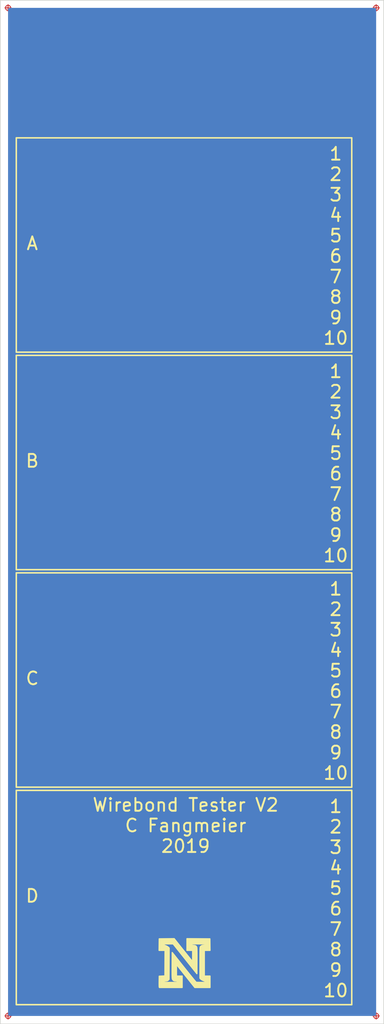
<source format=kicad_pcb>
(kicad_pcb (version 20171130) (host pcbnew 5.1.5)

  (general
    (thickness 1.6)
    (drawings 65)
    (tracks 201)
    (zones 0)
    (modules 9)
    (nets 42)
  )

  (page A4)
  (layers
    (0 F.Cu signal)
    (31 B.Cu signal)
    (37 F.SilkS user)
    (38 B.Mask user)
    (39 F.Mask user)
    (44 Edge.Cuts user)
    (45 Margin user)
    (46 B.CrtYd user)
    (47 F.CrtYd user)
  )

  (setup
    (last_trace_width 0.2)
    (trace_clearance 0.2)
    (zone_clearance 0.254)
    (zone_45_only no)
    (trace_min 0.2)
    (via_size 0.8)
    (via_drill 0.4)
    (via_min_size 0.4)
    (via_min_drill 0.3)
    (uvia_size 0.3)
    (uvia_drill 0.1)
    (uvias_allowed no)
    (uvia_min_size 0.2)
    (uvia_min_drill 0.1)
    (edge_width 0.05)
    (segment_width 0.2)
    (pcb_text_width 0.3)
    (pcb_text_size 1.5 1.5)
    (mod_edge_width 0.12)
    (mod_text_size 1 1)
    (mod_text_width 0.15)
    (pad_size 1.524 1.524)
    (pad_drill 0.762)
    (pad_to_mask_clearance 0.051)
    (solder_mask_min_width 0.25)
    (aux_axis_origin 0 0)
    (visible_elements FFFFFF7F)
    (pcbplotparams
      (layerselection 0x010e0_ffffffff)
      (usegerberextensions true)
      (usegerberattributes false)
      (usegerberadvancedattributes false)
      (creategerberjobfile false)
      (excludeedgelayer true)
      (linewidth 0.100000)
      (plotframeref false)
      (viasonmask false)
      (mode 1)
      (useauxorigin false)
      (hpglpennumber 1)
      (hpglpenspeed 20)
      (hpglpendiameter 15.000000)
      (psnegative false)
      (psa4output false)
      (plotreference true)
      (plotvalue true)
      (plotinvisibletext false)
      (padsonsilk false)
      (subtractmaskfromsilk false)
      (outputformat 1)
      (mirror false)
      (drillshape 0)
      (scaleselection 1)
      (outputdirectory "gerbers/"))
  )

  (net 0 "")
  (net 1 /GND)
  (net 2 "Net-(G1-Pad14)")
  (net 3 "Net-(G1-Pad16)")
  (net 4 "Net-(G1-Pad20)")
  (net 5 "Net-(G1-Pad18)")
  (net 6 "Net-(G1-Pad12)")
  (net 7 "Net-(G2-Pad14)")
  (net 8 "Net-(G2-Pad16)")
  (net 9 "Net-(G2-Pad20)")
  (net 10 "Net-(G2-Pad18)")
  (net 11 "Net-(G2-Pad12)")
  (net 12 "Net-(G3-Pad14)")
  (net 13 "Net-(G3-Pad16)")
  (net 14 "Net-(G3-Pad20)")
  (net 15 "Net-(G3-Pad18)")
  (net 16 "Net-(G3-Pad12)")
  (net 17 "Net-(G4-Pad14)")
  (net 18 "Net-(G4-Pad16)")
  (net 19 "Net-(G4-Pad20)")
  (net 20 "Net-(G4-Pad18)")
  (net 21 "Net-(G4-Pad12)")
  (net 22 "Net-(G1-Pad15)")
  (net 23 "Net-(G1-Pad11)")
  (net 24 "Net-(G1-Pad17)")
  (net 25 "Net-(G1-Pad19)")
  (net 26 "Net-(G1-Pad13)")
  (net 27 "Net-(G2-Pad15)")
  (net 28 "Net-(G2-Pad17)")
  (net 29 "Net-(G2-Pad13)")
  (net 30 "Net-(G2-Pad11)")
  (net 31 "Net-(G2-Pad19)")
  (net 32 "Net-(G3-Pad15)")
  (net 33 "Net-(G3-Pad11)")
  (net 34 "Net-(G3-Pad17)")
  (net 35 "Net-(G3-Pad19)")
  (net 36 "Net-(G3-Pad13)")
  (net 37 "Net-(G4-Pad15)")
  (net 38 "Net-(G4-Pad17)")
  (net 39 "Net-(G4-Pad13)")
  (net 40 "Net-(G4-Pad11)")
  (net 41 "Net-(G4-Pad19)")

  (net_class Default "This is the default net class."
    (clearance 0.2)
    (trace_width 0.2)
    (via_dia 0.8)
    (via_drill 0.4)
    (uvia_dia 0.3)
    (uvia_drill 0.1)
    (add_net /GND)
    (add_net "Net-(G1-Pad11)")
    (add_net "Net-(G1-Pad12)")
    (add_net "Net-(G1-Pad13)")
    (add_net "Net-(G1-Pad14)")
    (add_net "Net-(G1-Pad15)")
    (add_net "Net-(G1-Pad16)")
    (add_net "Net-(G1-Pad17)")
    (add_net "Net-(G1-Pad18)")
    (add_net "Net-(G1-Pad19)")
    (add_net "Net-(G1-Pad20)")
    (add_net "Net-(G2-Pad11)")
    (add_net "Net-(G2-Pad12)")
    (add_net "Net-(G2-Pad13)")
    (add_net "Net-(G2-Pad14)")
    (add_net "Net-(G2-Pad15)")
    (add_net "Net-(G2-Pad16)")
    (add_net "Net-(G2-Pad17)")
    (add_net "Net-(G2-Pad18)")
    (add_net "Net-(G2-Pad19)")
    (add_net "Net-(G2-Pad20)")
    (add_net "Net-(G3-Pad11)")
    (add_net "Net-(G3-Pad12)")
    (add_net "Net-(G3-Pad13)")
    (add_net "Net-(G3-Pad14)")
    (add_net "Net-(G3-Pad15)")
    (add_net "Net-(G3-Pad16)")
    (add_net "Net-(G3-Pad17)")
    (add_net "Net-(G3-Pad18)")
    (add_net "Net-(G3-Pad19)")
    (add_net "Net-(G3-Pad20)")
    (add_net "Net-(G4-Pad11)")
    (add_net "Net-(G4-Pad12)")
    (add_net "Net-(G4-Pad13)")
    (add_net "Net-(G4-Pad14)")
    (add_net "Net-(G4-Pad15)")
    (add_net "Net-(G4-Pad16)")
    (add_net "Net-(G4-Pad17)")
    (add_net "Net-(G4-Pad18)")
    (add_net "Net-(G4-Pad19)")
    (add_net "Net-(G4-Pad20)")
  )

  (module unl_silab:crossed_circle_fiducial (layer F.Cu) (tedit 5DEEB95A) (tstamp 5DEF0F57)
    (at 124.4092 119.38)
    (fp_text reference REF** (at 0 0) (layer F.SilkS) hide
      (effects (font (size 1 1) (thickness 0.15)))
    )
    (fp_text value crossed_circle_fiducial (at 0 0) (layer F.Fab) hide
      (effects (font (size 1 1) (thickness 0.15)))
    )
    (fp_circle (center 0 0) (end 0.2 0) (layer F.Cu) (width 0.07))
    (fp_line (start 0 -0.25) (end 0 0.25) (layer F.Cu) (width 0.07))
    (fp_line (start 0.25 0) (end -0.25 0) (layer F.Cu) (width 0.07))
    (fp_circle (center 0 0) (end 0.01 0) (layer F.Mask) (width 0.6))
  )

  (module unl_silab:crossed_circle_fiducial (layer F.Cu) (tedit 5DEEB95A) (tstamp 5DEF0F57)
    (at 95.6056 119.38)
    (fp_text reference REF** (at 0 0) (layer F.SilkS) hide
      (effects (font (size 1 1) (thickness 0.15)))
    )
    (fp_text value crossed_circle_fiducial (at 0 0) (layer F.Fab) hide
      (effects (font (size 1 1) (thickness 0.15)))
    )
    (fp_circle (center 0 0) (end 0.2 0) (layer F.Cu) (width 0.07))
    (fp_line (start 0 -0.25) (end 0 0.25) (layer F.Cu) (width 0.07))
    (fp_line (start 0.25 0) (end -0.25 0) (layer F.Cu) (width 0.07))
    (fp_circle (center 0 0) (end 0.01 0) (layer F.Mask) (width 0.6))
  )

  (module unl_silab:crossed_circle_fiducial (layer F.Cu) (tedit 5DEEB95A) (tstamp 5DEF0F57)
    (at 124.4092 40.5892)
    (fp_text reference REF** (at 0 0) (layer F.SilkS) hide
      (effects (font (size 1 1) (thickness 0.15)))
    )
    (fp_text value crossed_circle_fiducial (at 0 0) (layer F.Fab) hide
      (effects (font (size 1 1) (thickness 0.15)))
    )
    (fp_circle (center 0 0) (end 0.2 0) (layer F.Cu) (width 0.07))
    (fp_line (start 0 -0.25) (end 0 0.25) (layer F.Cu) (width 0.07))
    (fp_line (start 0.25 0) (end -0.25 0) (layer F.Cu) (width 0.07))
    (fp_circle (center 0 0) (end 0.01 0) (layer F.Mask) (width 0.6))
  )

  (module unl_silab:crossed_circle_fiducial (layer F.Cu) (tedit 5DEEB95A) (tstamp 5DEF0EFA)
    (at 95.6056 40.5892)
    (fp_text reference REF** (at 0 0) (layer F.SilkS) hide
      (effects (font (size 1 1) (thickness 0.15)))
    )
    (fp_text value crossed_circle_fiducial (at 0 0) (layer F.Fab) hide
      (effects (font (size 1 1) (thickness 0.15)))
    )
    (fp_circle (center 0 0) (end 0.01 0) (layer F.Mask) (width 0.6))
    (fp_line (start 0.25 0) (end -0.25 0) (layer F.Cu) (width 0.07))
    (fp_line (start 0 -0.25) (end 0 0.25) (layer F.Cu) (width 0.07))
    (fp_circle (center 0 0) (end 0.2 0) (layer F.Cu) (width 0.07))
  )

  (module unl_silab:NLOGO (layer F.Cu) (tedit 5D65A532) (tstamp 5D6621AD)
    (at 108.75 115.25)
    (fp_text reference G*** (at 7.112 1.016) (layer F.SilkS) hide
      (effects (font (size 1.524 1.524) (thickness 0.3)))
    )
    (fp_text value LOGO (at 8.128 -2.032) (layer F.SilkS) hide
      (effects (font (size 1.524 1.524) (thickness 0.3)))
    )
    (fp_poly (pts (xy 2.656834 -0.994833) (xy 2.434163 -0.994833) (xy 2.274992 -0.994833) (xy 2.274992 -1.449916)
      (xy 2.274992 -1.502833) (xy 1.756409 -1.502833) (xy 1.237826 -1.502833) (xy 1.238018 -1.444625)
      (xy 1.24046 -1.41221) (xy 1.254193 -1.394351) (xy 1.289233 -1.386088) (xy 1.355598 -1.382461)
      (xy 1.364171 -1.382168) (xy 1.474864 -1.368497) (xy 1.55233 -1.334102) (xy 1.601845 -1.275854)
      (xy 1.619631 -1.230622) (xy 1.62555 -1.187022) (xy 1.630249 -1.10185) (xy 1.633717 -0.975854)
      (xy 1.635945 -0.809777) (xy 1.63692 -0.604365) (xy 1.63663 -0.360364) (xy 1.635656 -0.164793)
      (xy 1.629409 0.823998) (xy 1.153619 0.226791) (xy 1.016184 0.054321) (xy 0.862601 -0.13835)
      (xy 0.701049 -0.340966) (xy 0.539703 -0.543273) (xy 0.386743 -0.735017) (xy 0.250346 -0.905942)
      (xy 0.225855 -0.936625) (xy -0.226119 -1.502833) (xy -0.58423 -1.502833) (xy -0.942341 -1.502833)
      (xy -0.942341 -1.45032) (xy -0.930772 -1.407306) (xy -0.889 -1.385019) (xy -0.884133 -1.383792)
      (xy -0.802366 -1.355516) (xy -0.713067 -1.31171) (xy -0.633413 -1.261706) (xy -0.587292 -1.222565)
      (xy -0.539159 -1.170941) (xy -0.544959 0.049059) (xy -0.550758 1.26906) (xy -0.608409 1.3267)
      (xy -0.648735 1.360078) (xy -0.695475 1.379528) (xy -0.763299 1.39003) (xy -0.8042 1.393136)
      (xy -0.878697 1.399187) (xy -0.920282 1.407887) (xy -0.938361 1.42303) (xy -0.942341 1.44841)
      (xy -0.942341 1.448855) (xy -0.938837 1.489785) (xy -0.933543 1.504597) (xy -0.91081 1.507056)
      (xy -0.851653 1.509251) (xy -0.761978 1.511081) (xy -0.647694 1.512447) (xy -0.51471 1.513247)
      (xy -0.414976 1.513417) (xy 0.094793 1.513417) (xy 0.094809 1.455209) (xy 0.092207 1.421328)
      (xy 0.077282 1.404011) (xy 0.039398 1.397653) (xy -0.016299 1.396688) (xy -0.122449 1.387187)
      (xy -0.198242 1.356516) (xy -0.252149 1.30038) (xy -0.270507 1.267756) (xy -0.279148 1.247436)
      (xy -0.286301 1.222385) (xy -0.292079 1.188805) (xy -0.296591 1.142894) (xy -0.299949 1.080854)
      (xy -0.302265 0.998882) (xy -0.30365 0.89318) (xy -0.304216 0.759946) (xy -0.304073 0.595382)
      (xy -0.303333 0.395686) (xy -0.302257 0.184146) (xy -0.296758 -0.823473) (xy -0.032706 -0.491111)
      (xy 0.22355 -0.168745) (xy 0.454537 0.121438) (xy 0.661145 0.380538) (xy 0.844266 0.609655)
      (xy 1.004789 0.809888) (xy 1.143605 0.98234) (xy 1.261604 1.128109) (xy 1.359677 1.248296)
      (xy 1.438714 1.344001) (xy 1.499606 1.416324) (xy 1.543244 1.466366) (xy 1.570516 1.495227)
      (xy 1.58203 1.504026) (xy 1.61134 1.504685) (xy 1.675072 1.505723) (xy 1.765319 1.507023)
      (xy 1.874173 1.508471) (xy 1.941596 1.509318) (xy 2.27495 1.513417) (xy 2.274971 1.455209)
      (xy 2.265741 1.409716) (xy 2.237951 1.396793) (xy 2.185001 1.385068) (xy 2.112516 1.355218)
      (xy 2.034774 1.314592) (xy 1.966053 1.270535) (xy 1.925553 1.236045) (xy 1.872826 1.179152)
      (xy 1.872905 -0.018966) (xy 1.872972 -0.274792) (xy 1.873214 -0.49172) (xy 1.873741 -0.673184)
      (xy 1.874666 -0.822619) (xy 1.8761 -0.943459) (xy 1.878155 -1.039138) (xy 1.880944 -1.113093)
      (xy 1.884577 -1.168756) (xy 1.889168 -1.209564) (xy 1.894827 -1.23895) (xy 1.901667 -1.260349)
      (xy 1.9098 -1.277195) (xy 1.914137 -1.284576) (xy 1.976319 -1.346414) (xy 2.071554 -1.38417)
      (xy 2.195617 -1.396882) (xy 2.247977 -1.40033) (xy 2.270373 -1.415887) (xy 2.274992 -1.449916)
      (xy 2.274992 -0.994833) (xy 2.211492 -0.994833) (xy 2.211492 0.010584) (xy 2.211492 1.016)
      (xy 2.433742 1.016) (xy 2.655992 1.016) (xy 2.655992 1.4605) (xy 2.655992 1.905)
      (xy 2.063145 1.905) (xy 1.470297 1.905) (xy 0.750811 1.00209) (xy 0.031325 0.099181)
      (xy 0.031326 0.55759) (xy 0.031326 1.016) (xy 0.253576 1.016) (xy 0.475826 1.016)
      (xy 0.475826 1.4605) (xy 0.475826 1.905) (xy -0.412771 1.905) (xy -1.301368 1.905)
      (xy -1.31308 1.857375) (xy -1.316504 1.821558) (xy -1.318871 1.751115) (xy -1.320081 1.653743)
      (xy -1.320034 1.537139) (xy -1.318775 1.418167) (xy -1.312758 1.026584) (xy -1.090508 1.016)
      (xy -0.868258 1.005417) (xy -0.862759 0.005292) (xy -0.85726 -0.994833) (xy -1.090722 -0.994833)
      (xy -1.324183 -0.994833) (xy -1.31847 -1.444625) (xy -1.312758 -1.894416) (xy -0.729184 -1.900847)
      (xy -0.145609 -1.907278) (xy 0.5514 -1.034361) (xy 0.685332 -0.866613) (xy 0.811774 -0.708218)
      (xy 0.928169 -0.562379) (xy 1.031963 -0.4323) (xy 1.1206 -0.321185) (xy 1.191522 -0.232238)
      (xy 1.242174 -0.168663) (xy 1.27 -0.133663) (xy 1.274194 -0.128347) (xy 1.282965 -0.124987)
      (xy 1.289646 -0.143001) (xy 1.294492 -0.186409) (xy 1.29776 -0.259229) (xy 1.299704 -0.365481)
      (xy 1.30058 -0.509184) (xy 1.300652 -0.545041) (xy 1.301326 -0.994833) (xy 1.079076 -0.994833)
      (xy 0.856826 -0.994833) (xy 0.856826 -1.450516) (xy 0.856826 -1.906198) (xy 1.751117 -1.900307)
      (xy 2.645409 -1.894416) (xy 2.651121 -1.444625) (xy 2.656834 -0.994833)) (layer F.SilkS) (width 0.1))
  )

  (module unl_silab:2x10_wirebond_pads_and_testpts (layer F.Cu) (tedit 5D659E5A) (tstamp 5D66224E)
    (at 109.25 59)
    (path /5D6709C2)
    (fp_text reference G1 (at -0.25 0) (layer F.SilkS) hide
      (effects (font (size 1 1) (thickness 0.15)))
    )
    (fp_text value Conn_02x10_Counter_Clockwise (at 0 -10) (layer F.Fab)
      (effects (font (size 1 1) (thickness 0.15)))
    )
    (pad 15 smd rect (at 1 -0.2) (size 1.2 0.2) (layers F.Cu F.Paste F.Mask)
      (net 22 "Net-(G1-Pad15)"))
    (pad 14 smd rect (at 1 -0.6) (size 1.2 0.2) (layers F.Cu F.Paste F.Mask)
      (net 2 "Net-(G1-Pad14)"))
    (pad 16 smd rect (at 1 0.2) (size 1.2 0.2) (layers F.Cu F.Paste F.Mask)
      (net 3 "Net-(G1-Pad16)"))
    (pad 20 smd rect (at 1 1.8) (size 1.2 0.2) (layers F.Cu F.Paste F.Mask)
      (net 4 "Net-(G1-Pad20)"))
    (pad 18 smd rect (at 1 1) (size 1.2 0.2) (layers F.Cu F.Paste F.Mask)
      (net 5 "Net-(G1-Pad18)"))
    (pad 12 smd rect (at 1 -1.4) (size 1.2 0.2) (layers F.Cu F.Paste F.Mask)
      (net 6 "Net-(G1-Pad12)"))
    (pad 17 smd rect (at 1 0.6) (size 1.2 0.2) (layers F.Cu F.Paste F.Mask)
      (net 24 "Net-(G1-Pad17)"))
    (pad 13 smd rect (at 1 -1) (size 1.2 0.2) (layers F.Cu F.Paste F.Mask)
      (net 26 "Net-(G1-Pad13)"))
    (pad 11 smd rect (at 1 -1.8) (size 1.2 0.2) (layers F.Cu F.Paste F.Mask)
      (net 23 "Net-(G1-Pad11)"))
    (pad 19 smd rect (at 1 1.4) (size 1.2 0.2) (layers F.Cu F.Paste F.Mask)
      (net 25 "Net-(G1-Pad19)"))
    (pad 10 smd rect (at -1 1.8) (size 1.2 0.2) (layers F.Cu F.Paste F.Mask)
      (net 1 /GND))
    (pad 9 smd rect (at -1 1.4) (size 1.2 0.2) (layers F.Cu F.Paste F.Mask)
      (net 1 /GND))
    (pad 8 smd rect (at -1 1) (size 1.2 0.2) (layers F.Cu F.Paste F.Mask)
      (net 1 /GND))
    (pad 7 smd rect (at -1 0.6) (size 1.2 0.2) (layers F.Cu F.Paste F.Mask)
      (net 1 /GND))
    (pad 6 smd rect (at -1 0.2) (size 1.2 0.2) (layers F.Cu F.Paste F.Mask)
      (net 1 /GND))
    (pad 5 smd rect (at -1 -0.2) (size 1.2 0.2) (layers F.Cu F.Paste F.Mask)
      (net 1 /GND))
    (pad 4 smd rect (at -1 -0.6) (size 1.2 0.2) (layers F.Cu F.Paste F.Mask)
      (net 1 /GND))
    (pad 3 smd rect (at -1 -1) (size 1.2 0.2) (layers F.Cu F.Paste F.Mask)
      (net 1 /GND))
    (pad 2 smd rect (at -1 -1.4) (size 1.2 0.2) (layers F.Cu F.Paste F.Mask)
      (net 1 /GND))
    (pad 20 smd circle (at 10 7.4) (size 1 1) (layers F.Cu F.Paste F.Mask)
      (net 4 "Net-(G1-Pad20)"))
    (pad 13 smd circle (at 10 -3.8) (size 1 1) (layers F.Cu F.Paste F.Mask)
      (net 26 "Net-(G1-Pad13)"))
    (pad 19 smd circle (at 10 5.8) (size 1 1) (layers F.Cu F.Paste F.Mask)
      (net 25 "Net-(G1-Pad19)"))
    (pad 17 smd circle (at 10 2.6) (size 1 1) (layers F.Cu F.Paste F.Mask)
      (net 24 "Net-(G1-Pad17)"))
    (pad 12 smd circle (at 10 -5.4) (size 1 1) (layers F.Cu F.Paste F.Mask)
      (net 6 "Net-(G1-Pad12)"))
    (pad 11 smd circle (at 10 -7) (size 1 1) (layers F.Cu F.Paste F.Mask)
      (net 23 "Net-(G1-Pad11)"))
    (pad 16 smd circle (at 10 1) (size 1 1) (layers F.Cu F.Paste F.Mask)
      (net 3 "Net-(G1-Pad16)"))
    (pad 18 smd circle (at 10 4.2) (size 1 1) (layers F.Cu F.Paste F.Mask)
      (net 5 "Net-(G1-Pad18)"))
    (pad 14 smd circle (at 10 -2.2) (size 1 1) (layers F.Cu F.Paste F.Mask)
      (net 2 "Net-(G1-Pad14)"))
    (pad 15 smd circle (at 10 -0.6) (size 1 1) (layers F.Cu F.Paste F.Mask)
      (net 22 "Net-(G1-Pad15)"))
    (pad 10 smd circle (at -10 7.4) (size 1 1) (layers F.Cu F.Paste F.Mask)
      (net 1 /GND))
    (pad 9 smd circle (at -10 5.8) (size 1 1) (layers F.Cu F.Paste F.Mask)
      (net 1 /GND))
    (pad 8 smd circle (at -10 4.2) (size 1 1) (layers F.Cu F.Paste F.Mask)
      (net 1 /GND))
    (pad 7 smd circle (at -10 2.6) (size 1 1) (layers F.Cu F.Paste F.Mask)
      (net 1 /GND))
    (pad 6 smd circle (at -10 1) (size 1 1) (layers F.Cu F.Paste F.Mask)
      (net 1 /GND))
    (pad 5 smd circle (at -10 -0.6) (size 1 1) (layers F.Cu F.Paste F.Mask)
      (net 1 /GND))
    (pad 4 smd circle (at -10 -2.2) (size 1 1) (layers F.Cu F.Paste F.Mask)
      (net 1 /GND))
    (pad 3 smd circle (at -10 -3.8) (size 1 1) (layers F.Cu F.Paste F.Mask)
      (net 1 /GND))
    (pad 2 smd circle (at -10 -5.4) (size 1 1) (layers F.Cu F.Paste F.Mask)
      (net 1 /GND))
    (pad 1 smd circle (at -10 -7) (size 1 1) (layers F.Cu F.Paste F.Mask)
      (net 1 /GND))
    (pad 1 smd rect (at -1 -1.8) (size 1.2 0.2) (layers F.Cu F.Paste F.Mask)
      (net 1 /GND))
  )

  (module unl_silab:2x10_wirebond_pads_and_testpts (layer F.Cu) (tedit 5D659E5A) (tstamp 5D6615FB)
    (at 109.25 110)
    (path /5D67465B)
    (fp_text reference G4 (at -0.25 0) (layer F.SilkS) hide
      (effects (font (size 1 1) (thickness 0.15)))
    )
    (fp_text value Conn_02x10_Counter_Clockwise (at 0 -10) (layer F.Fab)
      (effects (font (size 1 1) (thickness 0.15)))
    )
    (pad 15 smd rect (at 1 -0.2) (size 1.2 0.2) (layers F.Cu F.Paste F.Mask)
      (net 37 "Net-(G4-Pad15)"))
    (pad 14 smd rect (at 1 -0.6) (size 1.2 0.2) (layers F.Cu F.Paste F.Mask)
      (net 17 "Net-(G4-Pad14)"))
    (pad 16 smd rect (at 1 0.2) (size 1.2 0.2) (layers F.Cu F.Paste F.Mask)
      (net 18 "Net-(G4-Pad16)"))
    (pad 20 smd rect (at 1 1.8) (size 1.2 0.2) (layers F.Cu F.Paste F.Mask)
      (net 19 "Net-(G4-Pad20)"))
    (pad 18 smd rect (at 1 1) (size 1.2 0.2) (layers F.Cu F.Paste F.Mask)
      (net 20 "Net-(G4-Pad18)"))
    (pad 12 smd rect (at 1 -1.4) (size 1.2 0.2) (layers F.Cu F.Paste F.Mask)
      (net 21 "Net-(G4-Pad12)"))
    (pad 17 smd rect (at 1 0.6) (size 1.2 0.2) (layers F.Cu F.Paste F.Mask)
      (net 38 "Net-(G4-Pad17)"))
    (pad 13 smd rect (at 1 -1) (size 1.2 0.2) (layers F.Cu F.Paste F.Mask)
      (net 39 "Net-(G4-Pad13)"))
    (pad 11 smd rect (at 1 -1.8) (size 1.2 0.2) (layers F.Cu F.Paste F.Mask)
      (net 40 "Net-(G4-Pad11)"))
    (pad 19 smd rect (at 1 1.4) (size 1.2 0.2) (layers F.Cu F.Paste F.Mask)
      (net 41 "Net-(G4-Pad19)"))
    (pad 10 smd rect (at -1 1.8) (size 1.2 0.2) (layers F.Cu F.Paste F.Mask)
      (net 1 /GND))
    (pad 9 smd rect (at -1 1.4) (size 1.2 0.2) (layers F.Cu F.Paste F.Mask)
      (net 1 /GND))
    (pad 8 smd rect (at -1 1) (size 1.2 0.2) (layers F.Cu F.Paste F.Mask)
      (net 1 /GND))
    (pad 7 smd rect (at -1 0.6) (size 1.2 0.2) (layers F.Cu F.Paste F.Mask)
      (net 1 /GND))
    (pad 6 smd rect (at -1 0.2) (size 1.2 0.2) (layers F.Cu F.Paste F.Mask)
      (net 1 /GND))
    (pad 5 smd rect (at -1 -0.2) (size 1.2 0.2) (layers F.Cu F.Paste F.Mask)
      (net 1 /GND))
    (pad 4 smd rect (at -1 -0.6) (size 1.2 0.2) (layers F.Cu F.Paste F.Mask)
      (net 1 /GND))
    (pad 3 smd rect (at -1 -1) (size 1.2 0.2) (layers F.Cu F.Paste F.Mask)
      (net 1 /GND))
    (pad 2 smd rect (at -1 -1.4) (size 1.2 0.2) (layers F.Cu F.Paste F.Mask)
      (net 1 /GND))
    (pad 20 smd circle (at 10 7.4) (size 1 1) (layers F.Cu F.Paste F.Mask)
      (net 19 "Net-(G4-Pad20)"))
    (pad 13 smd circle (at 10 -3.8) (size 1 1) (layers F.Cu F.Paste F.Mask)
      (net 39 "Net-(G4-Pad13)"))
    (pad 19 smd circle (at 10 5.8) (size 1 1) (layers F.Cu F.Paste F.Mask)
      (net 41 "Net-(G4-Pad19)"))
    (pad 17 smd circle (at 10 2.6) (size 1 1) (layers F.Cu F.Paste F.Mask)
      (net 38 "Net-(G4-Pad17)"))
    (pad 12 smd circle (at 10 -5.4) (size 1 1) (layers F.Cu F.Paste F.Mask)
      (net 21 "Net-(G4-Pad12)"))
    (pad 11 smd circle (at 10 -7) (size 1 1) (layers F.Cu F.Paste F.Mask)
      (net 40 "Net-(G4-Pad11)"))
    (pad 16 smd circle (at 10 1) (size 1 1) (layers F.Cu F.Paste F.Mask)
      (net 18 "Net-(G4-Pad16)"))
    (pad 18 smd circle (at 10 4.2) (size 1 1) (layers F.Cu F.Paste F.Mask)
      (net 20 "Net-(G4-Pad18)"))
    (pad 14 smd circle (at 10 -2.2) (size 1 1) (layers F.Cu F.Paste F.Mask)
      (net 17 "Net-(G4-Pad14)"))
    (pad 15 smd circle (at 10 -0.6) (size 1 1) (layers F.Cu F.Paste F.Mask)
      (net 37 "Net-(G4-Pad15)"))
    (pad 10 smd circle (at -10 7.4) (size 1 1) (layers F.Cu F.Paste F.Mask)
      (net 1 /GND))
    (pad 9 smd circle (at -10 5.8) (size 1 1) (layers F.Cu F.Paste F.Mask)
      (net 1 /GND))
    (pad 8 smd circle (at -10 4.2) (size 1 1) (layers F.Cu F.Paste F.Mask)
      (net 1 /GND))
    (pad 7 smd circle (at -10 2.6) (size 1 1) (layers F.Cu F.Paste F.Mask)
      (net 1 /GND))
    (pad 6 smd circle (at -10 1) (size 1 1) (layers F.Cu F.Paste F.Mask)
      (net 1 /GND))
    (pad 5 smd circle (at -10 -0.6) (size 1 1) (layers F.Cu F.Paste F.Mask)
      (net 1 /GND))
    (pad 4 smd circle (at -10 -2.2) (size 1 1) (layers F.Cu F.Paste F.Mask)
      (net 1 /GND))
    (pad 3 smd circle (at -10 -3.8) (size 1 1) (layers F.Cu F.Paste F.Mask)
      (net 1 /GND))
    (pad 2 smd circle (at -10 -5.4) (size 1 1) (layers F.Cu F.Paste F.Mask)
      (net 1 /GND))
    (pad 1 smd circle (at -10 -7) (size 1 1) (layers F.Cu F.Paste F.Mask)
      (net 1 /GND))
    (pad 1 smd rect (at -1 -1.8) (size 1.2 0.2) (layers F.Cu F.Paste F.Mask)
      (net 1 /GND))
  )

  (module unl_silab:2x10_wirebond_pads_and_testpts (layer F.Cu) (tedit 5D659E5A) (tstamp 5D6615FB)
    (at 109.25 93)
    (path /5D673F4A)
    (fp_text reference G3 (at -0.25 0) (layer F.SilkS) hide
      (effects (font (size 1 1) (thickness 0.15)))
    )
    (fp_text value Conn_02x10_Counter_Clockwise (at 0 -10) (layer F.Fab)
      (effects (font (size 1 1) (thickness 0.15)))
    )
    (pad 15 smd rect (at 1 -0.2) (size 1.2 0.2) (layers F.Cu F.Paste F.Mask)
      (net 32 "Net-(G3-Pad15)"))
    (pad 14 smd rect (at 1 -0.6) (size 1.2 0.2) (layers F.Cu F.Paste F.Mask)
      (net 12 "Net-(G3-Pad14)"))
    (pad 16 smd rect (at 1 0.2) (size 1.2 0.2) (layers F.Cu F.Paste F.Mask)
      (net 13 "Net-(G3-Pad16)"))
    (pad 20 smd rect (at 1 1.8) (size 1.2 0.2) (layers F.Cu F.Paste F.Mask)
      (net 14 "Net-(G3-Pad20)"))
    (pad 18 smd rect (at 1 1) (size 1.2 0.2) (layers F.Cu F.Paste F.Mask)
      (net 15 "Net-(G3-Pad18)"))
    (pad 12 smd rect (at 1 -1.4) (size 1.2 0.2) (layers F.Cu F.Paste F.Mask)
      (net 16 "Net-(G3-Pad12)"))
    (pad 17 smd rect (at 1 0.6) (size 1.2 0.2) (layers F.Cu F.Paste F.Mask)
      (net 34 "Net-(G3-Pad17)"))
    (pad 13 smd rect (at 1 -1) (size 1.2 0.2) (layers F.Cu F.Paste F.Mask)
      (net 36 "Net-(G3-Pad13)"))
    (pad 11 smd rect (at 1 -1.8) (size 1.2 0.2) (layers F.Cu F.Paste F.Mask)
      (net 33 "Net-(G3-Pad11)"))
    (pad 19 smd rect (at 1 1.4) (size 1.2 0.2) (layers F.Cu F.Paste F.Mask)
      (net 35 "Net-(G3-Pad19)"))
    (pad 10 smd rect (at -1 1.8) (size 1.2 0.2) (layers F.Cu F.Paste F.Mask)
      (net 1 /GND))
    (pad 9 smd rect (at -1 1.4) (size 1.2 0.2) (layers F.Cu F.Paste F.Mask)
      (net 1 /GND))
    (pad 8 smd rect (at -1 1) (size 1.2 0.2) (layers F.Cu F.Paste F.Mask)
      (net 1 /GND))
    (pad 7 smd rect (at -1 0.6) (size 1.2 0.2) (layers F.Cu F.Paste F.Mask)
      (net 1 /GND))
    (pad 6 smd rect (at -1 0.2) (size 1.2 0.2) (layers F.Cu F.Paste F.Mask)
      (net 1 /GND))
    (pad 5 smd rect (at -1 -0.2) (size 1.2 0.2) (layers F.Cu F.Paste F.Mask)
      (net 1 /GND))
    (pad 4 smd rect (at -1 -0.6) (size 1.2 0.2) (layers F.Cu F.Paste F.Mask)
      (net 1 /GND))
    (pad 3 smd rect (at -1 -1) (size 1.2 0.2) (layers F.Cu F.Paste F.Mask)
      (net 1 /GND))
    (pad 2 smd rect (at -1 -1.4) (size 1.2 0.2) (layers F.Cu F.Paste F.Mask)
      (net 1 /GND))
    (pad 20 smd circle (at 10 7.4) (size 1 1) (layers F.Cu F.Paste F.Mask)
      (net 14 "Net-(G3-Pad20)"))
    (pad 13 smd circle (at 10 -3.8) (size 1 1) (layers F.Cu F.Paste F.Mask)
      (net 36 "Net-(G3-Pad13)"))
    (pad 19 smd circle (at 10 5.8) (size 1 1) (layers F.Cu F.Paste F.Mask)
      (net 35 "Net-(G3-Pad19)"))
    (pad 17 smd circle (at 10 2.6) (size 1 1) (layers F.Cu F.Paste F.Mask)
      (net 34 "Net-(G3-Pad17)"))
    (pad 12 smd circle (at 10 -5.4) (size 1 1) (layers F.Cu F.Paste F.Mask)
      (net 16 "Net-(G3-Pad12)"))
    (pad 11 smd circle (at 10 -7) (size 1 1) (layers F.Cu F.Paste F.Mask)
      (net 33 "Net-(G3-Pad11)"))
    (pad 16 smd circle (at 10 1) (size 1 1) (layers F.Cu F.Paste F.Mask)
      (net 13 "Net-(G3-Pad16)"))
    (pad 18 smd circle (at 10 4.2) (size 1 1) (layers F.Cu F.Paste F.Mask)
      (net 15 "Net-(G3-Pad18)"))
    (pad 14 smd circle (at 10 -2.2) (size 1 1) (layers F.Cu F.Paste F.Mask)
      (net 12 "Net-(G3-Pad14)"))
    (pad 15 smd circle (at 10 -0.6) (size 1 1) (layers F.Cu F.Paste F.Mask)
      (net 32 "Net-(G3-Pad15)"))
    (pad 10 smd circle (at -10 7.4) (size 1 1) (layers F.Cu F.Paste F.Mask)
      (net 1 /GND))
    (pad 9 smd circle (at -10 5.8) (size 1 1) (layers F.Cu F.Paste F.Mask)
      (net 1 /GND))
    (pad 8 smd circle (at -10 4.2) (size 1 1) (layers F.Cu F.Paste F.Mask)
      (net 1 /GND))
    (pad 7 smd circle (at -10 2.6) (size 1 1) (layers F.Cu F.Paste F.Mask)
      (net 1 /GND))
    (pad 6 smd circle (at -10 1) (size 1 1) (layers F.Cu F.Paste F.Mask)
      (net 1 /GND))
    (pad 5 smd circle (at -10 -0.6) (size 1 1) (layers F.Cu F.Paste F.Mask)
      (net 1 /GND))
    (pad 4 smd circle (at -10 -2.2) (size 1 1) (layers F.Cu F.Paste F.Mask)
      (net 1 /GND))
    (pad 3 smd circle (at -10 -3.8) (size 1 1) (layers F.Cu F.Paste F.Mask)
      (net 1 /GND))
    (pad 2 smd circle (at -10 -5.4) (size 1 1) (layers F.Cu F.Paste F.Mask)
      (net 1 /GND))
    (pad 1 smd circle (at -10 -7) (size 1 1) (layers F.Cu F.Paste F.Mask)
      (net 1 /GND))
    (pad 1 smd rect (at -1 -1.8) (size 1.2 0.2) (layers F.Cu F.Paste F.Mask)
      (net 1 /GND))
  )

  (module unl_silab:2x10_wirebond_pads_and_testpts (layer F.Cu) (tedit 5D659E5A) (tstamp 5D6615FB)
    (at 109.25 76)
    (path /5D67342C)
    (fp_text reference G2 (at -0.25 0) (layer F.SilkS) hide
      (effects (font (size 1 1) (thickness 0.15)))
    )
    (fp_text value Conn_02x10_Counter_Clockwise (at 0 -10) (layer F.Fab)
      (effects (font (size 1 1) (thickness 0.15)))
    )
    (pad 15 smd rect (at 1 -0.2) (size 1.2 0.2) (layers F.Cu F.Paste F.Mask)
      (net 27 "Net-(G2-Pad15)"))
    (pad 14 smd rect (at 1 -0.6) (size 1.2 0.2) (layers F.Cu F.Paste F.Mask)
      (net 7 "Net-(G2-Pad14)"))
    (pad 16 smd rect (at 1 0.2) (size 1.2 0.2) (layers F.Cu F.Paste F.Mask)
      (net 8 "Net-(G2-Pad16)"))
    (pad 20 smd rect (at 1 1.8) (size 1.2 0.2) (layers F.Cu F.Paste F.Mask)
      (net 9 "Net-(G2-Pad20)"))
    (pad 18 smd rect (at 1 1) (size 1.2 0.2) (layers F.Cu F.Paste F.Mask)
      (net 10 "Net-(G2-Pad18)"))
    (pad 12 smd rect (at 1 -1.4) (size 1.2 0.2) (layers F.Cu F.Paste F.Mask)
      (net 11 "Net-(G2-Pad12)"))
    (pad 17 smd rect (at 1 0.6) (size 1.2 0.2) (layers F.Cu F.Paste F.Mask)
      (net 28 "Net-(G2-Pad17)"))
    (pad 13 smd rect (at 1 -1) (size 1.2 0.2) (layers F.Cu F.Paste F.Mask)
      (net 29 "Net-(G2-Pad13)"))
    (pad 11 smd rect (at 1 -1.8) (size 1.2 0.2) (layers F.Cu F.Paste F.Mask)
      (net 30 "Net-(G2-Pad11)"))
    (pad 19 smd rect (at 1 1.4) (size 1.2 0.2) (layers F.Cu F.Paste F.Mask)
      (net 31 "Net-(G2-Pad19)"))
    (pad 10 smd rect (at -1 1.8) (size 1.2 0.2) (layers F.Cu F.Paste F.Mask)
      (net 1 /GND))
    (pad 9 smd rect (at -1 1.4) (size 1.2 0.2) (layers F.Cu F.Paste F.Mask)
      (net 1 /GND))
    (pad 8 smd rect (at -1 1) (size 1.2 0.2) (layers F.Cu F.Paste F.Mask)
      (net 1 /GND))
    (pad 7 smd rect (at -1 0.6) (size 1.2 0.2) (layers F.Cu F.Paste F.Mask)
      (net 1 /GND))
    (pad 6 smd rect (at -1 0.2) (size 1.2 0.2) (layers F.Cu F.Paste F.Mask)
      (net 1 /GND))
    (pad 5 smd rect (at -1 -0.2) (size 1.2 0.2) (layers F.Cu F.Paste F.Mask)
      (net 1 /GND))
    (pad 4 smd rect (at -1 -0.6) (size 1.2 0.2) (layers F.Cu F.Paste F.Mask)
      (net 1 /GND))
    (pad 3 smd rect (at -1 -1) (size 1.2 0.2) (layers F.Cu F.Paste F.Mask)
      (net 1 /GND))
    (pad 2 smd rect (at -1 -1.4) (size 1.2 0.2) (layers F.Cu F.Paste F.Mask)
      (net 1 /GND))
    (pad 20 smd circle (at 10 7.4) (size 1 1) (layers F.Cu F.Paste F.Mask)
      (net 9 "Net-(G2-Pad20)"))
    (pad 13 smd circle (at 10 -3.8) (size 1 1) (layers F.Cu F.Paste F.Mask)
      (net 29 "Net-(G2-Pad13)"))
    (pad 19 smd circle (at 10 5.8) (size 1 1) (layers F.Cu F.Paste F.Mask)
      (net 31 "Net-(G2-Pad19)"))
    (pad 17 smd circle (at 10 2.6) (size 1 1) (layers F.Cu F.Paste F.Mask)
      (net 28 "Net-(G2-Pad17)"))
    (pad 12 smd circle (at 10 -5.4) (size 1 1) (layers F.Cu F.Paste F.Mask)
      (net 11 "Net-(G2-Pad12)"))
    (pad 11 smd circle (at 10 -7) (size 1 1) (layers F.Cu F.Paste F.Mask)
      (net 30 "Net-(G2-Pad11)"))
    (pad 16 smd circle (at 10 1) (size 1 1) (layers F.Cu F.Paste F.Mask)
      (net 8 "Net-(G2-Pad16)"))
    (pad 18 smd circle (at 10 4.2) (size 1 1) (layers F.Cu F.Paste F.Mask)
      (net 10 "Net-(G2-Pad18)"))
    (pad 14 smd circle (at 10 -2.2) (size 1 1) (layers F.Cu F.Paste F.Mask)
      (net 7 "Net-(G2-Pad14)"))
    (pad 15 smd circle (at 10 -0.6) (size 1 1) (layers F.Cu F.Paste F.Mask)
      (net 27 "Net-(G2-Pad15)"))
    (pad 10 smd circle (at -10 7.4) (size 1 1) (layers F.Cu F.Paste F.Mask)
      (net 1 /GND))
    (pad 9 smd circle (at -10 5.8) (size 1 1) (layers F.Cu F.Paste F.Mask)
      (net 1 /GND))
    (pad 8 smd circle (at -10 4.2) (size 1 1) (layers F.Cu F.Paste F.Mask)
      (net 1 /GND))
    (pad 7 smd circle (at -10 2.6) (size 1 1) (layers F.Cu F.Paste F.Mask)
      (net 1 /GND))
    (pad 6 smd circle (at -10 1) (size 1 1) (layers F.Cu F.Paste F.Mask)
      (net 1 /GND))
    (pad 5 smd circle (at -10 -0.6) (size 1 1) (layers F.Cu F.Paste F.Mask)
      (net 1 /GND))
    (pad 4 smd circle (at -10 -2.2) (size 1 1) (layers F.Cu F.Paste F.Mask)
      (net 1 /GND))
    (pad 3 smd circle (at -10 -3.8) (size 1 1) (layers F.Cu F.Paste F.Mask)
      (net 1 /GND))
    (pad 2 smd circle (at -10 -5.4) (size 1 1) (layers F.Cu F.Paste F.Mask)
      (net 1 /GND))
    (pad 1 smd circle (at -10 -7) (size 1 1) (layers F.Cu F.Paste F.Mask)
      (net 1 /GND))
    (pad 1 smd rect (at -1 -1.8) (size 1.2 0.2) (layers F.Cu F.Paste F.Mask)
      (net 1 /GND))
  )

  (gr_text D (at 97.5 110) (layer F.SilkS)
    (effects (font (size 1 1) (thickness 0.15)))
  )
  (gr_text C (at 97.5 93) (layer F.SilkS)
    (effects (font (size 1 1) (thickness 0.15)))
  )
  (gr_text A (at 97.5 59) (layer F.SilkS)
    (effects (font (size 1 1) (thickness 0.15)))
  )
  (gr_text B (at 97.5 76) (layer F.SilkS)
    (effects (font (size 1 1) (thickness 0.15)))
  )
  (gr_line (start 96.25 101.75) (end 96.25 118.5) (layer F.SilkS) (width 0.12) (tstamp 5D66B72E))
  (gr_line (start 122.5 118.5) (end 122.5 101.75) (layer F.SilkS) (width 0.12) (tstamp 5D66B72D))
  (gr_line (start 122.5 101.75) (end 96.25 101.75) (layer F.SilkS) (width 0.12) (tstamp 5D66B72C))
  (gr_line (start 96.25 118.5) (end 122.5 118.5) (layer F.SilkS) (width 0.12) (tstamp 5D66B72B))
  (gr_line (start 96.25 84.75) (end 96.25 101.5) (layer F.SilkS) (width 0.12) (tstamp 5D66B72E))
  (gr_line (start 122.5 101.5) (end 122.5 84.75) (layer F.SilkS) (width 0.12) (tstamp 5D66B72D))
  (gr_line (start 122.5 84.75) (end 96.25 84.75) (layer F.SilkS) (width 0.12) (tstamp 5D66B72C))
  (gr_line (start 96.25 101.5) (end 122.5 101.5) (layer F.SilkS) (width 0.12) (tstamp 5D66B72B))
  (gr_line (start 96.25 67.75) (end 96.25 84.5) (layer F.SilkS) (width 0.12) (tstamp 5D66B72E))
  (gr_line (start 122.5 84.5) (end 122.5 67.75) (layer F.SilkS) (width 0.12) (tstamp 5D66B72D))
  (gr_line (start 122.5 67.75) (end 96.25 67.75) (layer F.SilkS) (width 0.12) (tstamp 5D66B72C))
  (gr_line (start 96.25 84.5) (end 122.5 84.5) (layer F.SilkS) (width 0.12) (tstamp 5D66B72B))
  (gr_line (start 96.25 67.5) (end 122.5 67.5) (layer F.SilkS) (width 0.12) (tstamp 5D66B64B))
  (gr_line (start 96.25 50.75) (end 96.25 67.5) (layer F.SilkS) (width 0.12))
  (gr_line (start 122.5 50.75) (end 96.25 50.75) (layer F.SilkS) (width 0.12))
  (gr_line (start 122.5 67.5) (end 122.5 50.75) (layer F.SilkS) (width 0.12))
  (gr_text 3 (at 121.25 106.2) (layer F.SilkS) (tstamp 5D66277B)
    (effects (font (size 1 1) (thickness 0.15)))
  )
  (gr_text 10 (at 121.25 117.4) (layer F.SilkS) (tstamp 5D66277A)
    (effects (font (size 1 1) (thickness 0.15)))
  )
  (gr_text 4 (at 121.25 107.8) (layer F.SilkS) (tstamp 5D662779)
    (effects (font (size 1 1) (thickness 0.15)))
  )
  (gr_text 6 (at 121.25 111) (layer F.SilkS) (tstamp 5D662778)
    (effects (font (size 1 1) (thickness 0.15)))
  )
  (gr_text 8 (at 121.25 114.2) (layer F.SilkS) (tstamp 5D662777)
    (effects (font (size 1 1) (thickness 0.15)))
  )
  (gr_text 1 (at 121.25 103) (layer F.SilkS) (tstamp 5D662776)
    (effects (font (size 1 1) (thickness 0.15)))
  )
  (gr_text 7 (at 121.25 112.6) (layer F.SilkS) (tstamp 5D662775)
    (effects (font (size 1 1) (thickness 0.15)))
  )
  (gr_text 5 (at 121.25 109.4) (layer F.SilkS) (tstamp 5D662774)
    (effects (font (size 1 1) (thickness 0.15)))
  )
  (gr_text 2 (at 121.25 104.6) (layer F.SilkS) (tstamp 5D662773)
    (effects (font (size 1 1) (thickness 0.15)))
  )
  (gr_text 9 (at 121.25 115.8) (layer F.SilkS) (tstamp 5D662772)
    (effects (font (size 1 1) (thickness 0.15)))
  )
  (gr_text 3 (at 121.25 89.2) (layer F.SilkS) (tstamp 5D66277B)
    (effects (font (size 1 1) (thickness 0.15)))
  )
  (gr_text 10 (at 121.25 100.4) (layer F.SilkS) (tstamp 5D66277A)
    (effects (font (size 1 1) (thickness 0.15)))
  )
  (gr_text 4 (at 121.25 90.8) (layer F.SilkS) (tstamp 5D662779)
    (effects (font (size 1 1) (thickness 0.15)))
  )
  (gr_text 6 (at 121.25 94) (layer F.SilkS) (tstamp 5D662778)
    (effects (font (size 1 1) (thickness 0.15)))
  )
  (gr_text 8 (at 121.25 97.2) (layer F.SilkS) (tstamp 5D662777)
    (effects (font (size 1 1) (thickness 0.15)))
  )
  (gr_text 1 (at 121.25 86) (layer F.SilkS) (tstamp 5D662776)
    (effects (font (size 1 1) (thickness 0.15)))
  )
  (gr_text 7 (at 121.25 95.6) (layer F.SilkS) (tstamp 5D662775)
    (effects (font (size 1 1) (thickness 0.15)))
  )
  (gr_text 5 (at 121.25 92.4) (layer F.SilkS) (tstamp 5D662774)
    (effects (font (size 1 1) (thickness 0.15)))
  )
  (gr_text 2 (at 121.25 87.6) (layer F.SilkS) (tstamp 5D662773)
    (effects (font (size 1 1) (thickness 0.15)))
  )
  (gr_text 9 (at 121.25 98.8) (layer F.SilkS) (tstamp 5D662772)
    (effects (font (size 1 1) (thickness 0.15)))
  )
  (gr_text 3 (at 121.25 72.2) (layer F.SilkS) (tstamp 5D66277B)
    (effects (font (size 1 1) (thickness 0.15)))
  )
  (gr_text 10 (at 121.25 83.4) (layer F.SilkS) (tstamp 5D66277A)
    (effects (font (size 1 1) (thickness 0.15)))
  )
  (gr_text 4 (at 121.25 73.8) (layer F.SilkS) (tstamp 5D662779)
    (effects (font (size 1 1) (thickness 0.15)))
  )
  (gr_text 6 (at 121.25 77) (layer F.SilkS) (tstamp 5D662778)
    (effects (font (size 1 1) (thickness 0.15)))
  )
  (gr_text 8 (at 121.25 80.2) (layer F.SilkS) (tstamp 5D662777)
    (effects (font (size 1 1) (thickness 0.15)))
  )
  (gr_text 1 (at 121.25 69) (layer F.SilkS) (tstamp 5D662776)
    (effects (font (size 1 1) (thickness 0.15)))
  )
  (gr_text 7 (at 121.25 78.6) (layer F.SilkS) (tstamp 5D662775)
    (effects (font (size 1 1) (thickness 0.15)))
  )
  (gr_text 5 (at 121.25 75.4) (layer F.SilkS) (tstamp 5D662774)
    (effects (font (size 1 1) (thickness 0.15)))
  )
  (gr_text 2 (at 121.25 70.6) (layer F.SilkS) (tstamp 5D662773)
    (effects (font (size 1 1) (thickness 0.15)))
  )
  (gr_text 9 (at 121.25 81.8) (layer F.SilkS) (tstamp 5D662772)
    (effects (font (size 1 1) (thickness 0.15)))
  )
  (gr_text 10 (at 121.25 66.4) (layer F.SilkS)
    (effects (font (size 1 1) (thickness 0.15)))
  )
  (gr_text 9 (at 121.25 64.8) (layer F.SilkS)
    (effects (font (size 1 1) (thickness 0.15)))
  )
  (gr_text 8 (at 121.25 63.2) (layer F.SilkS)
    (effects (font (size 1 1) (thickness 0.15)))
  )
  (gr_text 7 (at 121.25 61.6) (layer F.SilkS)
    (effects (font (size 1 1) (thickness 0.15)))
  )
  (gr_text 6 (at 121.25 60) (layer F.SilkS)
    (effects (font (size 1 1) (thickness 0.15)))
  )
  (gr_text 5 (at 121.25 58.4) (layer F.SilkS)
    (effects (font (size 1 1) (thickness 0.15)))
  )
  (gr_text 4 (at 121.25 56.8) (layer F.SilkS)
    (effects (font (size 1 1) (thickness 0.15)))
  )
  (gr_text 3 (at 121.25 55.2) (layer F.SilkS)
    (effects (font (size 1 1) (thickness 0.15)))
  )
  (gr_text 2 (at 121.25 53.6) (layer F.SilkS)
    (effects (font (size 1 1) (thickness 0.15)))
  )
  (gr_text 1 (at 121.25 52) (layer F.SilkS)
    (effects (font (size 1 1) (thickness 0.15)))
  )
  (gr_text "Wirebond Tester V2\nC Fangmeier\n2019" (at 109.5 104.5) (layer F.SilkS)
    (effects (font (size 1 1) (thickness 0.15)))
  )
  (gr_line (start 125 40) (end 95 40) (layer Edge.Cuts) (width 0.05) (tstamp 5D6615D2))
  (gr_line (start 125 120) (end 125 40) (layer Edge.Cuts) (width 0.05))
  (gr_line (start 95 120) (end 125 120) (layer Edge.Cuts) (width 0.05) (tstamp 5D66A407))
  (gr_line (start 95 40) (end 95 120) (layer Edge.Cuts) (width 0.05))

  (segment (start 104.45 74.2) (end 99.25 69) (width 0.2) (layer F.Cu) (net 1) (tstamp 5D6615D8))
  (segment (start 108.25 74.2) (end 104.45 74.2) (width 0.2) (layer F.Cu) (net 1) (tstamp 5D6615EA))
  (segment (start 108.25 74.6) (end 103.25 74.6) (width 0.2) (layer F.Cu) (net 1) (tstamp 5D6615DB))
  (segment (start 103.25 74.6) (end 99.25 70.6) (width 0.2) (layer F.Cu) (net 1) (tstamp 5D6615DF))
  (segment (start 102.05 75) (end 99.25 72.2) (width 0.2) (layer F.Cu) (net 1) (tstamp 5D6615DA))
  (segment (start 108.25 75) (end 102.05 75) (width 0.2) (layer F.Cu) (net 1) (tstamp 5D6615F6))
  (segment (start 108.25 75.4) (end 100.85 75.4) (width 0.2) (layer F.Cu) (net 1) (tstamp 5D6615D5))
  (segment (start 100.85 75.4) (end 99.25 73.8) (width 0.2) (layer F.Cu) (net 1) (tstamp 5D6615F7))
  (segment (start 99.65 75.8) (end 99.25 75.4) (width 0.2) (layer F.Cu) (net 1) (tstamp 5D6615E7))
  (segment (start 108.25 75.8) (end 99.65 75.8) (width 0.2) (layer F.Cu) (net 1) (tstamp 5D6615F3))
  (segment (start 108.25 76.2) (end 100.05 76.2) (width 0.2) (layer F.Cu) (net 1) (tstamp 5D6615D3))
  (segment (start 100.05 76.2) (end 99.25 77) (width 0.2) (layer F.Cu) (net 1) (tstamp 5D6615D9))
  (segment (start 108.25 76.6) (end 101.25 76.6) (width 0.2) (layer F.Cu) (net 1) (tstamp 5D6615D6))
  (segment (start 101.25 76.6) (end 99.25 78.6) (width 0.2) (layer F.Cu) (net 1) (tstamp 5D6615DC))
  (segment (start 108.25 77) (end 102.45 77) (width 0.2) (layer F.Cu) (net 1) (tstamp 5D6615E0))
  (segment (start 102.45 77) (end 99.25 80.2) (width 0.2) (layer F.Cu) (net 1) (tstamp 5D6615EC))
  (segment (start 108.25 77.4) (end 103.65 77.4) (width 0.2) (layer F.Cu) (net 1) (tstamp 5D6615E3))
  (segment (start 103.65 77.4) (end 99.25 81.8) (width 0.2) (layer F.Cu) (net 1) (tstamp 5D6615E5))
  (segment (start 104.85 77.8) (end 99.25 83.4) (width 0.2) (layer F.Cu) (net 1) (tstamp 5D6615ED))
  (segment (start 108.25 77.8) (end 104.85 77.8) (width 0.2) (layer F.Cu) (net 1) (tstamp 5D6615F4))
  (segment (start 104.45 91.2) (end 99.25 86) (width 0.2) (layer F.Cu) (net 1) (tstamp 5D6615D8))
  (segment (start 108.25 91.2) (end 104.45 91.2) (width 0.2) (layer F.Cu) (net 1) (tstamp 5D6615EA))
  (segment (start 108.25 91.6) (end 103.25 91.6) (width 0.2) (layer F.Cu) (net 1) (tstamp 5D6615DB))
  (segment (start 103.25 91.6) (end 99.25 87.6) (width 0.2) (layer F.Cu) (net 1) (tstamp 5D6615DF))
  (segment (start 102.05 92) (end 99.25 89.2) (width 0.2) (layer F.Cu) (net 1) (tstamp 5D6615DA))
  (segment (start 108.25 92) (end 102.05 92) (width 0.2) (layer F.Cu) (net 1) (tstamp 5D6615F6))
  (segment (start 108.25 92.4) (end 100.85 92.4) (width 0.2) (layer F.Cu) (net 1) (tstamp 5D6615D5))
  (segment (start 100.85 92.4) (end 99.25 90.8) (width 0.2) (layer F.Cu) (net 1) (tstamp 5D6615F7))
  (segment (start 99.65 92.8) (end 99.25 92.4) (width 0.2) (layer F.Cu) (net 1) (tstamp 5D6615E7))
  (segment (start 108.25 92.8) (end 99.65 92.8) (width 0.2) (layer F.Cu) (net 1) (tstamp 5D6615F3))
  (segment (start 108.25 93.2) (end 100.05 93.2) (width 0.2) (layer F.Cu) (net 1) (tstamp 5D6615D3))
  (segment (start 100.05 93.2) (end 99.25 94) (width 0.2) (layer F.Cu) (net 1) (tstamp 5D6615D9))
  (segment (start 108.25 93.6) (end 101.25 93.6) (width 0.2) (layer F.Cu) (net 1) (tstamp 5D6615D6))
  (segment (start 101.25 93.6) (end 99.25 95.6) (width 0.2) (layer F.Cu) (net 1) (tstamp 5D6615DC))
  (segment (start 108.25 94) (end 102.45 94) (width 0.2) (layer F.Cu) (net 1) (tstamp 5D6615E0))
  (segment (start 102.45 94) (end 99.25 97.2) (width 0.2) (layer F.Cu) (net 1) (tstamp 5D6615EC))
  (segment (start 108.25 94.4) (end 103.65 94.4) (width 0.2) (layer F.Cu) (net 1) (tstamp 5D6615E3))
  (segment (start 103.65 94.4) (end 99.25 98.8) (width 0.2) (layer F.Cu) (net 1) (tstamp 5D6615E5))
  (segment (start 104.85 94.8) (end 99.25 100.4) (width 0.2) (layer F.Cu) (net 1) (tstamp 5D6615ED))
  (segment (start 108.25 94.8) (end 104.85 94.8) (width 0.2) (layer F.Cu) (net 1) (tstamp 5D6615F4))
  (segment (start 104.45 108.2) (end 99.25 103) (width 0.2) (layer F.Cu) (net 1) (tstamp 5D6615D8))
  (segment (start 108.25 108.2) (end 104.45 108.2) (width 0.2) (layer F.Cu) (net 1) (tstamp 5D6615EA))
  (segment (start 108.25 108.6) (end 103.25 108.6) (width 0.2) (layer F.Cu) (net 1) (tstamp 5D6615DB))
  (segment (start 103.25 108.6) (end 99.25 104.6) (width 0.2) (layer F.Cu) (net 1) (tstamp 5D6615DF))
  (segment (start 102.05 109) (end 99.25 106.2) (width 0.2) (layer F.Cu) (net 1) (tstamp 5D6615DA))
  (segment (start 108.25 109) (end 102.05 109) (width 0.2) (layer F.Cu) (net 1) (tstamp 5D6615F6))
  (segment (start 108.25 109.4) (end 100.85 109.4) (width 0.2) (layer F.Cu) (net 1) (tstamp 5D6615D5))
  (segment (start 100.85 109.4) (end 99.25 107.8) (width 0.2) (layer F.Cu) (net 1) (tstamp 5D6615F7))
  (segment (start 99.65 109.8) (end 99.25 109.4) (width 0.2) (layer F.Cu) (net 1) (tstamp 5D6615E7))
  (segment (start 108.25 109.8) (end 99.65 109.8) (width 0.2) (layer F.Cu) (net 1) (tstamp 5D6615F3))
  (segment (start 108.25 110.2) (end 100.05 110.2) (width 0.2) (layer F.Cu) (net 1) (tstamp 5D6615D3))
  (segment (start 100.05 110.2) (end 99.25 111) (width 0.2) (layer F.Cu) (net 1) (tstamp 5D6615D9))
  (segment (start 108.25 110.6) (end 101.25 110.6) (width 0.2) (layer F.Cu) (net 1) (tstamp 5D6615D6))
  (segment (start 101.25 110.6) (end 99.25 112.6) (width 0.2) (layer F.Cu) (net 1) (tstamp 5D6615DC))
  (segment (start 108.25 111) (end 102.45 111) (width 0.2) (layer F.Cu) (net 1) (tstamp 5D6615E0))
  (segment (start 102.45 111) (end 99.25 114.2) (width 0.2) (layer F.Cu) (net 1) (tstamp 5D6615EC))
  (segment (start 108.25 111.4) (end 103.65 111.4) (width 0.2) (layer F.Cu) (net 1) (tstamp 5D6615E3))
  (segment (start 103.65 111.4) (end 99.25 115.8) (width 0.2) (layer F.Cu) (net 1) (tstamp 5D6615E5))
  (segment (start 104.85 111.8) (end 99.25 117.4) (width 0.2) (layer F.Cu) (net 1) (tstamp 5D6615ED))
  (segment (start 108.25 111.8) (end 104.85 111.8) (width 0.2) (layer F.Cu) (net 1) (tstamp 5D6615F4))
  (segment (start 104.45 57.2) (end 99.25 52) (width 0.2) (layer F.Cu) (net 1) (tstamp 5D6615D8))
  (segment (start 108.25 57.2) (end 104.45 57.2) (width 0.2) (layer F.Cu) (net 1) (tstamp 5D6615EA))
  (segment (start 108.25 57.6) (end 103.25 57.6) (width 0.2) (layer F.Cu) (net 1) (tstamp 5D6615DB))
  (segment (start 103.25 57.6) (end 99.25 53.6) (width 0.2) (layer F.Cu) (net 1) (tstamp 5D6615DF))
  (segment (start 102.05 58) (end 99.25 55.2) (width 0.2) (layer F.Cu) (net 1) (tstamp 5D6615DA))
  (segment (start 108.25 58) (end 102.05 58) (width 0.2) (layer F.Cu) (net 1) (tstamp 5D6615F6))
  (segment (start 108.25 58.4) (end 100.85 58.4) (width 0.2) (layer F.Cu) (net 1) (tstamp 5D6615D5))
  (segment (start 100.85 58.4) (end 99.25 56.8) (width 0.2) (layer F.Cu) (net 1) (tstamp 5D6615F7))
  (segment (start 99.65 58.8) (end 99.25 58.4) (width 0.2) (layer F.Cu) (net 1) (tstamp 5D6615E7))
  (segment (start 108.25 58.8) (end 99.65 58.8) (width 0.2) (layer F.Cu) (net 1) (tstamp 5D6615F3))
  (segment (start 108.25 59.2) (end 100.05 59.2) (width 0.2) (layer F.Cu) (net 1) (tstamp 5D6615D3))
  (segment (start 100.05 59.2) (end 99.25 60) (width 0.2) (layer F.Cu) (net 1) (tstamp 5D6615D9))
  (segment (start 108.25 59.6) (end 101.25 59.6) (width 0.2) (layer F.Cu) (net 1) (tstamp 5D6615D6))
  (segment (start 101.25 59.6) (end 99.25 61.6) (width 0.2) (layer F.Cu) (net 1) (tstamp 5D6615DC))
  (segment (start 108.25 60) (end 102.45 60) (width 0.2) (layer F.Cu) (net 1) (tstamp 5D6615E0))
  (segment (start 102.45 60) (end 99.25 63.2) (width 0.2) (layer F.Cu) (net 1) (tstamp 5D6615EC))
  (segment (start 108.25 60.4) (end 103.65 60.4) (width 0.2) (layer F.Cu) (net 1) (tstamp 5D6615E3))
  (segment (start 103.65 60.4) (end 99.25 64.8) (width 0.2) (layer F.Cu) (net 1) (tstamp 5D6615E5))
  (segment (start 104.85 60.8) (end 99.25 66.4) (width 0.2) (layer F.Cu) (net 1) (tstamp 5D6615ED))
  (segment (start 108.25 60.8) (end 104.85 60.8) (width 0.2) (layer F.Cu) (net 1) (tstamp 5D6615F4))
  (segment (start 99.25 117.4) (end 99.25 115.8) (width 0.2) (layer F.Cu) (net 1))
  (segment (start 99.25 115.8) (end 99.25 114.2) (width 0.2) (layer F.Cu) (net 1))
  (segment (start 99.25 114.2) (end 99.25 112.6) (width 0.2) (layer F.Cu) (net 1))
  (segment (start 99.25 112.6) (end 99.25 111) (width 0.2) (layer F.Cu) (net 1))
  (segment (start 99.25 111) (end 99.25 109.4) (width 0.2) (layer F.Cu) (net 1))
  (segment (start 99.25 109.4) (end 99.25 107.8) (width 0.2) (layer F.Cu) (net 1))
  (segment (start 99.25 107.8) (end 99.25 106.2) (width 0.2) (layer F.Cu) (net 1))
  (segment (start 99.25 106.2) (end 99.25 104.6) (width 0.2) (layer F.Cu) (net 1))
  (segment (start 99.25 104.6) (end 99.25 103) (width 0.2) (layer F.Cu) (net 1))
  (segment (start 99.25 106) (end 99.25 100.4) (width 0.2) (layer F.Cu) (net 1))
  (segment (start 99.25 100.4) (end 99.25 98.8) (width 0.2) (layer F.Cu) (net 1))
  (segment (start 99.25 98.8) (end 99.25 97.2) (width 0.2) (layer F.Cu) (net 1))
  (segment (start 99.25 97.2) (end 99.25 95.6) (width 0.2) (layer F.Cu) (net 1))
  (segment (start 99.25 95.6) (end 99.25 94) (width 0.2) (layer F.Cu) (net 1))
  (segment (start 99.25 94) (end 99.25 92.4) (width 0.2) (layer F.Cu) (net 1))
  (segment (start 99.25 92.4) (end 99.25 90.8) (width 0.2) (layer F.Cu) (net 1))
  (segment (start 99.25 90.8) (end 99.25 89.2) (width 0.2) (layer F.Cu) (net 1))
  (segment (start 99.25 89.2) (end 99.25 87.6) (width 0.2) (layer F.Cu) (net 1))
  (segment (start 99.25 87.6) (end 99.25 86) (width 0.2) (layer F.Cu) (net 1))
  (segment (start 99.25 89) (end 99.25 83.4) (width 0.2) (layer F.Cu) (net 1))
  (segment (start 99.25 83.4) (end 99.25 81.8) (width 0.2) (layer F.Cu) (net 1))
  (segment (start 99.25 81.8) (end 99.25 80.2) (width 0.2) (layer F.Cu) (net 1))
  (segment (start 99.25 80.2) (end 99.25 78.6) (width 0.2) (layer F.Cu) (net 1))
  (segment (start 99.25 78.6) (end 99.25 77) (width 0.2) (layer F.Cu) (net 1))
  (segment (start 99.25 77) (end 99.25 75.4) (width 0.2) (layer F.Cu) (net 1))
  (segment (start 99.25 75.4) (end 99.25 73.8) (width 0.2) (layer F.Cu) (net 1))
  (segment (start 99.25 73.8) (end 99.25 72.2) (width 0.2) (layer F.Cu) (net 1))
  (segment (start 99.25 72.2) (end 99.25 70.6) (width 0.2) (layer F.Cu) (net 1))
  (segment (start 99.25 70.6) (end 99.25 69) (width 0.2) (layer F.Cu) (net 1))
  (segment (start 99.25 69) (end 99.25 63.4) (width 0.2) (layer F.Cu) (net 1))
  (segment (start 99.25 66.4) (end 99.25 64.8) (width 0.2) (layer F.Cu) (net 1))
  (segment (start 99.25 64.8) (end 99.25 63.2) (width 0.2) (layer F.Cu) (net 1))
  (segment (start 99.25 63.2) (end 99.25 61.6) (width 0.2) (layer F.Cu) (net 1))
  (segment (start 99.25 61.6) (end 99.25 60) (width 0.2) (layer F.Cu) (net 1))
  (segment (start 99.25 60) (end 99.25 58.4) (width 0.2) (layer F.Cu) (net 1))
  (segment (start 99.25 58.4) (end 99.25 56.8) (width 0.2) (layer F.Cu) (net 1))
  (segment (start 99.25 56.8) (end 99.25 55.2) (width 0.2) (layer F.Cu) (net 1))
  (segment (start 99.25 55.2) (end 99.25 53.6) (width 0.2) (layer F.Cu) (net 1))
  (segment (start 99.25 53.6) (end 99.25 52) (width 0.2) (layer F.Cu) (net 1))
  (segment (start 99.25 52) (end 99.25 50.25) (width 0.2) (layer F.Cu) (net 1))
  (segment (start 99.25 50.25) (end 100 49.5) (width 0.2) (layer F.Cu) (net 1))
  (segment (start 110.25 58.4) (end 117.65 58.4) (width 0.2) (layer F.Cu) (net 2) (tstamp 5D6615EB))
  (segment (start 117.65 58.4) (end 119.25 56.8) (width 0.2) (layer F.Cu) (net 2) (tstamp 5D6615FA))
  (segment (start 118.45 59.2) (end 119.25 60) (width 0.2) (layer F.Cu) (net 3) (tstamp 5D6615DD))
  (segment (start 110.25 59.2) (end 118.45 59.2) (width 0.2) (layer F.Cu) (net 3) (tstamp 5D6615E4))
  (segment (start 110.25 60.8) (end 113.65 60.8) (width 0.2) (layer F.Cu) (net 4) (tstamp 5D6615E6))
  (segment (start 113.65 60.8) (end 119.25 66.4) (width 0.2) (layer F.Cu) (net 4) (tstamp 5D6615F5))
  (segment (start 116.05 60) (end 119.25 63.2) (width 0.2) (layer F.Cu) (net 5) (tstamp 5D6615D4))
  (segment (start 110.25 60) (end 116.05 60) (width 0.2) (layer F.Cu) (net 5) (tstamp 5D6615E2))
  (segment (start 110.25 57.6) (end 115.25 57.6) (width 0.2) (layer F.Cu) (net 6) (tstamp 5D6615E9))
  (segment (start 115.25 57.6) (end 119.25 53.6) (width 0.2) (layer F.Cu) (net 6) (tstamp 5D6615F1))
  (segment (start 110.25 75.4) (end 117.65 75.4) (width 0.2) (layer F.Cu) (net 7) (tstamp 5D6615EB))
  (segment (start 117.65 75.4) (end 119.25 73.8) (width 0.2) (layer F.Cu) (net 7) (tstamp 5D6615FA))
  (segment (start 118.45 76.2) (end 119.25 77) (width 0.2) (layer F.Cu) (net 8) (tstamp 5D6615DD))
  (segment (start 110.25 76.2) (end 118.45 76.2) (width 0.2) (layer F.Cu) (net 8) (tstamp 5D6615E4))
  (segment (start 110.25 77.8) (end 113.65 77.8) (width 0.2) (layer F.Cu) (net 9) (tstamp 5D6615E6))
  (segment (start 113.65 77.8) (end 119.25 83.4) (width 0.2) (layer F.Cu) (net 9) (tstamp 5D6615F5))
  (segment (start 116.05 77) (end 119.25 80.2) (width 0.2) (layer F.Cu) (net 10) (tstamp 5D6615D4))
  (segment (start 110.25 77) (end 116.05 77) (width 0.2) (layer F.Cu) (net 10) (tstamp 5D6615E2))
  (segment (start 110.25 74.6) (end 115.25 74.6) (width 0.2) (layer F.Cu) (net 11) (tstamp 5D6615E9))
  (segment (start 115.25 74.6) (end 119.25 70.6) (width 0.2) (layer F.Cu) (net 11) (tstamp 5D6615F1))
  (segment (start 110.25 92.4) (end 117.65 92.4) (width 0.2) (layer F.Cu) (net 12) (tstamp 5D6615EB))
  (segment (start 117.65 92.4) (end 119.25 90.8) (width 0.2) (layer F.Cu) (net 12) (tstamp 5D6615FA))
  (segment (start 118.45 93.2) (end 119.25 94) (width 0.2) (layer F.Cu) (net 13) (tstamp 5D6615DD))
  (segment (start 110.25 93.2) (end 118.45 93.2) (width 0.2) (layer F.Cu) (net 13) (tstamp 5D6615E4))
  (segment (start 110.25 94.8) (end 113.65 94.8) (width 0.2) (layer F.Cu) (net 14) (tstamp 5D6615E6))
  (segment (start 113.65 94.8) (end 119.25 100.4) (width 0.2) (layer F.Cu) (net 14) (tstamp 5D6615F5))
  (segment (start 116.05 94) (end 119.25 97.2) (width 0.2) (layer F.Cu) (net 15) (tstamp 5D6615D4))
  (segment (start 110.25 94) (end 116.05 94) (width 0.2) (layer F.Cu) (net 15) (tstamp 5D6615E2))
  (segment (start 110.25 91.6) (end 115.25 91.6) (width 0.2) (layer F.Cu) (net 16) (tstamp 5D6615E9))
  (segment (start 115.25 91.6) (end 119.25 87.6) (width 0.2) (layer F.Cu) (net 16) (tstamp 5D6615F1))
  (segment (start 110.25 109.4) (end 117.65 109.4) (width 0.2) (layer F.Cu) (net 17) (tstamp 5D6615EB))
  (segment (start 117.65 109.4) (end 119.25 107.8) (width 0.2) (layer F.Cu) (net 17) (tstamp 5D6615FA))
  (segment (start 118.45 110.2) (end 119.25 111) (width 0.2) (layer F.Cu) (net 18) (tstamp 5D6615DD))
  (segment (start 110.25 110.2) (end 118.45 110.2) (width 0.2) (layer F.Cu) (net 18) (tstamp 5D6615E4))
  (segment (start 110.25 111.8) (end 113.65 111.8) (width 0.2) (layer F.Cu) (net 19) (tstamp 5D6615E6))
  (segment (start 113.65 111.8) (end 119.25 117.4) (width 0.2) (layer F.Cu) (net 19) (tstamp 5D6615F5))
  (segment (start 116.05 111) (end 119.25 114.2) (width 0.2) (layer F.Cu) (net 20) (tstamp 5D6615D4))
  (segment (start 110.25 111) (end 116.05 111) (width 0.2) (layer F.Cu) (net 20) (tstamp 5D6615E2))
  (segment (start 110.25 108.6) (end 115.25 108.6) (width 0.2) (layer F.Cu) (net 21) (tstamp 5D6615E9))
  (segment (start 115.25 108.6) (end 119.25 104.6) (width 0.2) (layer F.Cu) (net 21) (tstamp 5D6615F1))
  (segment (start 118.85 58.8) (end 119.25 58.4) (width 0.2) (layer F.Cu) (net 22) (tstamp 5D6615E1))
  (segment (start 110.25 58.8) (end 118.85 58.8) (width 0.2) (layer F.Cu) (net 22) (tstamp 5D6615E8))
  (segment (start 114.05 57.2) (end 119.25 52) (width 0.2) (layer F.Cu) (net 23) (tstamp 5D6615EF))
  (segment (start 110.25 57.2) (end 114.05 57.2) (width 0.2) (layer F.Cu) (net 23) (tstamp 5D6615F2))
  (segment (start 110.25 59.6) (end 117.25 59.6) (width 0.2) (layer F.Cu) (net 24) (tstamp 5D6615F0))
  (segment (start 117.25 59.6) (end 119.25 61.6) (width 0.2) (layer F.Cu) (net 24) (tstamp 5D6615F8))
  (segment (start 114.85 60.4) (end 119.25 64.8) (width 0.2) (layer F.Cu) (net 25) (tstamp 5D6615EE))
  (segment (start 110.25 60.4) (end 114.85 60.4) (width 0.2) (layer F.Cu) (net 25) (tstamp 5D6615F9))
  (segment (start 116.45 58) (end 119.25 55.2) (width 0.2) (layer F.Cu) (net 26) (tstamp 5D6615D7))
  (segment (start 110.25 58) (end 116.45 58) (width 0.2) (layer F.Cu) (net 26) (tstamp 5D6615DE))
  (segment (start 118.85 75.8) (end 119.25 75.4) (width 0.2) (layer F.Cu) (net 27) (tstamp 5D6615E1))
  (segment (start 110.25 75.8) (end 118.85 75.8) (width 0.2) (layer F.Cu) (net 27) (tstamp 5D6615E8))
  (segment (start 110.25 76.6) (end 117.25 76.6) (width 0.2) (layer F.Cu) (net 28) (tstamp 5D6615F0))
  (segment (start 117.25 76.6) (end 119.25 78.6) (width 0.2) (layer F.Cu) (net 28) (tstamp 5D6615F8))
  (segment (start 116.45 75) (end 119.25 72.2) (width 0.2) (layer F.Cu) (net 29) (tstamp 5D6615D7))
  (segment (start 110.25 75) (end 116.45 75) (width 0.2) (layer F.Cu) (net 29) (tstamp 5D6615DE))
  (segment (start 114.05 74.2) (end 119.25 69) (width 0.2) (layer F.Cu) (net 30) (tstamp 5D6615EF))
  (segment (start 110.25 74.2) (end 114.05 74.2) (width 0.2) (layer F.Cu) (net 30) (tstamp 5D6615F2))
  (segment (start 114.85 77.4) (end 119.25 81.8) (width 0.2) (layer F.Cu) (net 31) (tstamp 5D6615EE))
  (segment (start 110.25 77.4) (end 114.85 77.4) (width 0.2) (layer F.Cu) (net 31) (tstamp 5D6615F9))
  (segment (start 118.85 92.8) (end 119.25 92.4) (width 0.2) (layer F.Cu) (net 32) (tstamp 5D6615E1))
  (segment (start 110.25 92.8) (end 118.85 92.8) (width 0.2) (layer F.Cu) (net 32) (tstamp 5D6615E8))
  (segment (start 114.05 91.2) (end 119.25 86) (width 0.2) (layer F.Cu) (net 33) (tstamp 5D6615EF))
  (segment (start 110.25 91.2) (end 114.05 91.2) (width 0.2) (layer F.Cu) (net 33) (tstamp 5D6615F2))
  (segment (start 110.25 93.6) (end 117.25 93.6) (width 0.2) (layer F.Cu) (net 34) (tstamp 5D6615F0))
  (segment (start 117.25 93.6) (end 119.25 95.6) (width 0.2) (layer F.Cu) (net 34) (tstamp 5D6615F8))
  (segment (start 114.85 94.4) (end 119.25 98.8) (width 0.2) (layer F.Cu) (net 35) (tstamp 5D6615EE))
  (segment (start 110.25 94.4) (end 114.85 94.4) (width 0.2) (layer F.Cu) (net 35) (tstamp 5D6615F9))
  (segment (start 116.45 92) (end 119.25 89.2) (width 0.2) (layer F.Cu) (net 36) (tstamp 5D6615D7))
  (segment (start 110.25 92) (end 116.45 92) (width 0.2) (layer F.Cu) (net 36) (tstamp 5D6615DE))
  (segment (start 118.85 109.8) (end 119.25 109.4) (width 0.2) (layer F.Cu) (net 37) (tstamp 5D6615E1))
  (segment (start 110.25 109.8) (end 118.85 109.8) (width 0.2) (layer F.Cu) (net 37) (tstamp 5D6615E8))
  (segment (start 110.25 110.6) (end 117.25 110.6) (width 0.2) (layer F.Cu) (net 38) (tstamp 5D6615F0))
  (segment (start 117.25 110.6) (end 119.25 112.6) (width 0.2) (layer F.Cu) (net 38) (tstamp 5D6615F8))
  (segment (start 116.45 109) (end 119.25 106.2) (width 0.2) (layer F.Cu) (net 39) (tstamp 5D6615D7))
  (segment (start 110.25 109) (end 116.45 109) (width 0.2) (layer F.Cu) (net 39) (tstamp 5D6615DE))
  (segment (start 114.05 108.2) (end 119.25 103) (width 0.2) (layer F.Cu) (net 40) (tstamp 5D6615EF))
  (segment (start 110.25 108.2) (end 114.05 108.2) (width 0.2) (layer F.Cu) (net 40) (tstamp 5D6615F2))
  (segment (start 114.85 111.4) (end 119.25 115.8) (width 0.2) (layer F.Cu) (net 41) (tstamp 5D6615EE))
  (segment (start 110.25 111.4) (end 114.85 111.4) (width 0.2) (layer F.Cu) (net 41) (tstamp 5D6615F9))

  (zone (net 1) (net_name /GND) (layer F.Cu) (tstamp 5DF3D468) (hatch edge 0.508)
    (connect_pads (clearance 0.254))
    (min_thickness 0.254)
    (fill yes (arc_segments 32) (thermal_gap 0.508) (thermal_bridge_width 0.508))
    (polygon
      (pts
        (xy 97.5 41) (xy 122.5 41) (xy 122.5 50) (xy 97.5 50)
      )
    )
    (filled_polygon
      (pts
        (xy 122.373 49.873) (xy 97.627 49.873) (xy 97.627 41.127) (xy 122.373 41.127)
      )
    )
  )
  (zone (net 0) (net_name "") (layer F.Mask) (tstamp 5DF3D465) (hatch edge 0.508)
    (connect_pads (clearance 0.508))
    (min_thickness 0.254)
    (fill yes (arc_segments 32) (thermal_gap 0.508) (thermal_bridge_width 0.508))
    (polygon
      (pts
        (xy 122.5 41) (xy 122.5 50) (xy 97.5 50) (xy 97.5 41)
      )
    )
    (filled_polygon
      (pts
        (xy 122.373 49.873) (xy 97.627 49.873) (xy 97.627 41.127) (xy 122.373 41.127)
      )
    )
  )
  (zone (net 0) (net_name "") (layer B.Cu) (tstamp 0) (hatch edge 0.508)
    (connect_pads (clearance 0.254))
    (min_thickness 0.254)
    (fill yes (arc_segments 32) (thermal_gap 0.508) (thermal_bridge_width 0.508))
    (polygon
      (pts
        (xy 124.4092 119.38) (xy 95.6056 119.38) (xy 95.6056 40.5892) (xy 124.4092 40.5892)
      )
    )
    (filled_polygon
      (pts
        (xy 124.2822 119.253) (xy 95.7326 119.253) (xy 95.7326 40.7162) (xy 124.2822 40.7162)
      )
    )
  )
)

</source>
